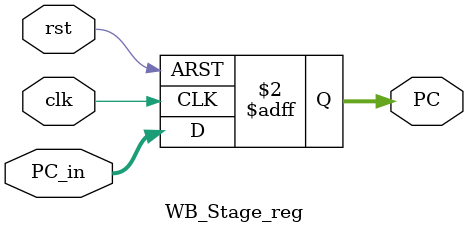
<source format=v>
module WB_Stage_reg(
	input clk,
	input rst,
	input [31:0] PC_in,
	output reg [31:0] PC
);
	always @(posedge clk, posedge rst) begin
			if(rst)
				PC <= 32'b0;
			else 
				PC <= PC_in;
		end
endmodule
</source>
